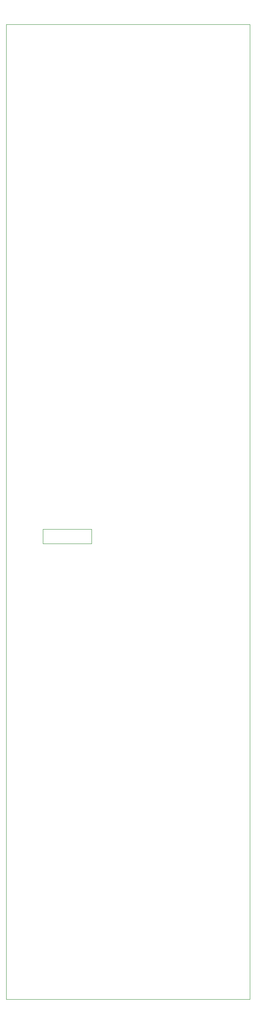
<source format=gm1>
G04 #@! TF.GenerationSoftware,KiCad,Pcbnew,6.0.2-378541a8eb~116~ubuntu20.04.1*
G04 #@! TF.CreationDate,2022-03-12T17:16:05-05:00*
G04 #@! TF.ProjectId,sidekick_panel,73696465-6b69-4636-9b5f-70616e656c2e,rev?*
G04 #@! TF.SameCoordinates,Original*
G04 #@! TF.FileFunction,Profile,NP*
%FSLAX46Y46*%
G04 Gerber Fmt 4.6, Leading zero omitted, Abs format (unit mm)*
G04 Created by KiCad (PCBNEW 6.0.2-378541a8eb~116~ubuntu20.04.1) date 2022-03-12 17:16:05*
%MOMM*%
%LPD*%
G01*
G04 APERTURE LIST*
G04 #@! TA.AperFunction,Profile*
%ADD10C,0.100000*%
G04 #@! TD*
G04 APERTURE END LIST*
D10*
X16100000Y-207600000D02*
X66100000Y-207600000D01*
X66100000Y-7600000D02*
X16100000Y-7600000D01*
X16100000Y-7600000D02*
X16100000Y-207600000D01*
X23600000Y-111100000D02*
X33600000Y-111100000D01*
X33600000Y-111100000D02*
X33600000Y-114100000D01*
X33600000Y-114100000D02*
X23600000Y-114100000D01*
X23600000Y-114100000D02*
X23600000Y-111100000D01*
X66100000Y-207600000D02*
X66100000Y-7600000D01*
M02*

</source>
